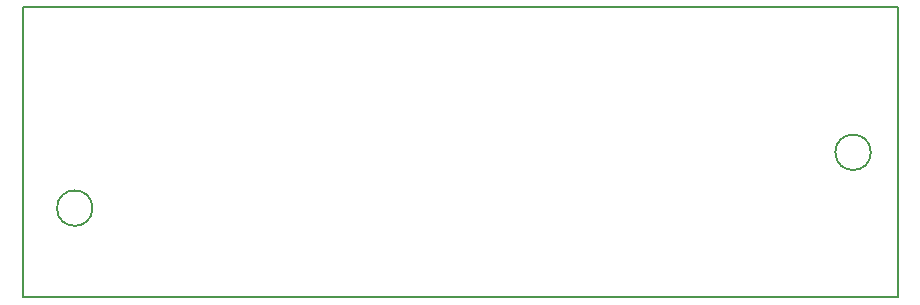
<source format=gko>
G04*
G04 #@! TF.GenerationSoftware,Altium Limited,Altium Designer,24.4.1 (13)*
G04*
G04 Layer_Color=16711935*
%FSLAX25Y25*%
%MOIN*%
G70*
G04*
G04 #@! TF.SameCoordinates,9EAFE7E4-189C-44CB-946A-5F511CB8720B*
G04*
G04*
G04 #@! TF.FilePolarity,Positive*
G04*
G01*
G75*
%ADD10C,0.00500*%
D10*
X23253Y29615D02*
G03*
X23253Y29615I-5906J0D01*
G01*
X282701Y48213D02*
G03*
X282701Y48213I-5906J0D01*
G01*
X291622Y0D02*
Y96500D01*
X0Y-0D02*
X291622Y0D01*
X0Y96500D02*
X291622Y96500D01*
X0Y-0D02*
Y96500D01*
M02*

</source>
